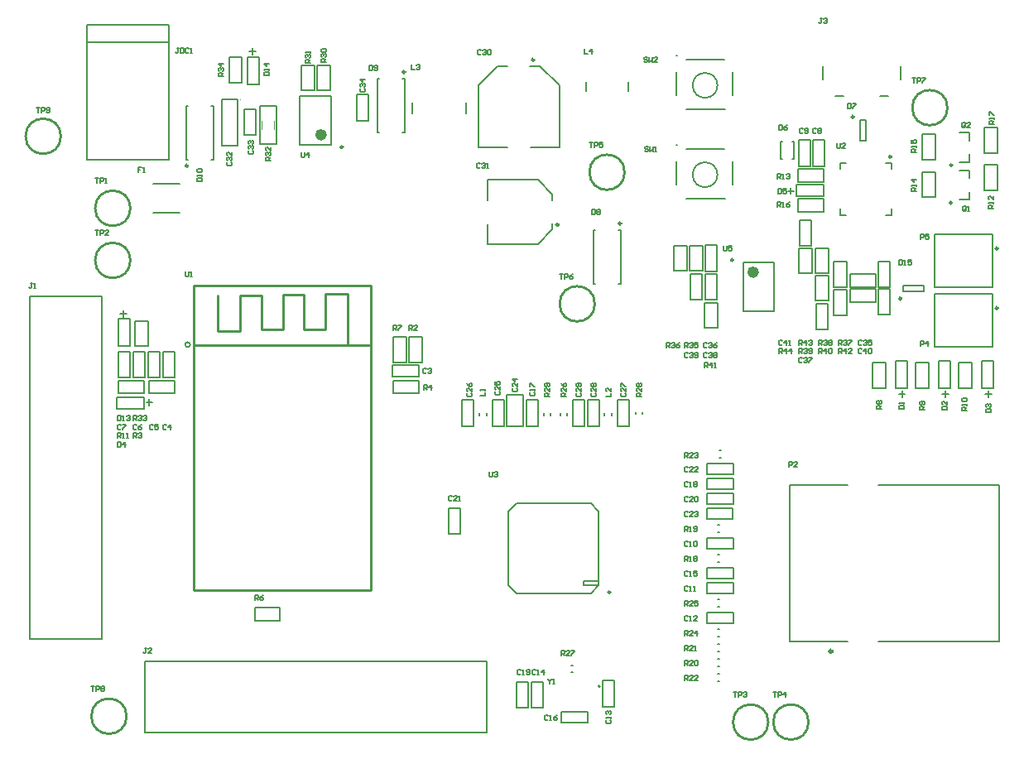
<source format=gto>
G04*
G04 #@! TF.GenerationSoftware,Altium Limited,Altium Designer,20.2.7 (254)*
G04*
G04 Layer_Color=65535*
%FSLAX24Y24*%
%MOIN*%
G70*
G04*
G04 #@! TF.SameCoordinates,06D2D76E-F920-4485-92C8-392B035063E4*
G04*
G04*
G04 #@! TF.FilePolarity,Positive*
G04*
G01*
G75*
%ADD10C,0.0039*%
%ADD11C,0.0098*%
%ADD12C,0.0060*%
%ADD13C,0.0236*%
%ADD14C,0.0100*%
%ADD15C,0.0079*%
%ADD16C,0.0118*%
%ADD17C,0.0070*%
%ADD18C,0.0040*%
%ADD19C,0.0050*%
D10*
X40590Y44908D02*
G03*
X40590Y44908I-20J0D01*
G01*
X18765Y47528D02*
G03*
X18765Y47528I-20J0D01*
G01*
D11*
X47403Y44890D02*
G03*
X47403Y44890I-49J0D01*
G01*
X47394Y43370D02*
G03*
X47394Y43370I-49J0D01*
G01*
X49240Y41534D02*
G03*
X49240Y41534I-49J0D01*
G01*
Y39134D02*
G03*
X49240Y39134I-49J0D01*
G01*
X30570Y49130D02*
G03*
X30570Y49130I-49J0D01*
G01*
X25371Y48639D02*
G03*
X25371Y48639I-49J0D01*
G01*
X22872Y45615D02*
G03*
X22872Y45615I-49J0D01*
G01*
X16628Y44861D02*
G03*
X16628Y44861I-49J0D01*
G01*
X45350Y39511D02*
G03*
X45350Y39511I-49J0D01*
G01*
X38588Y41069D02*
G03*
X38588Y41069I-49J0D01*
G01*
X44953Y45228D02*
G03*
X44953Y45228I-49J0D01*
G01*
X43443Y46830D02*
G03*
X43443Y46830I-49J0D01*
G01*
X34071Y42539D02*
G03*
X34071Y42539I-49J0D01*
G01*
X33643Y27688D02*
G03*
X33643Y27688I-49J0D01*
G01*
X31555Y42488D02*
G03*
X31555Y42488I-49J0D01*
G01*
D12*
X37950Y44500D02*
G03*
X37950Y44500I-500J0D01*
G01*
Y48100D02*
G03*
X37950Y48100I-500J0D01*
G01*
X38510Y26420D02*
X38579D01*
Y26880D01*
X37520D02*
X38579D01*
X37520Y26420D02*
Y26880D01*
Y26420D02*
X38510D01*
X37521Y28080D02*
X37590D01*
X37521Y27620D02*
Y28080D01*
Y27620D02*
X38580D01*
Y28080D01*
X37590D02*
X38580D01*
X38510Y28220D02*
X38579D01*
Y28680D01*
X37520D02*
X38579D01*
X37520Y28220D02*
Y28680D01*
Y28220D02*
X38510D01*
X37520Y29420D02*
X38510D01*
X37520D02*
Y29880D01*
X38579D01*
Y29420D02*
Y29880D01*
X38510Y29420D02*
X38579D01*
X38505Y30620D02*
X38575D01*
Y31080D01*
X37515D02*
X38575D01*
X37515Y30620D02*
Y31080D01*
Y30620D02*
X38505D01*
X38510Y31220D02*
X38579D01*
Y31680D01*
X37520D02*
X38579D01*
X37520Y31220D02*
Y31680D01*
Y31220D02*
X38510D01*
Y31820D02*
X38579D01*
Y32280D01*
X37520D02*
X38579D01*
X37520Y31820D02*
Y32280D01*
Y31820D02*
X38510D01*
Y32420D02*
X38579D01*
Y32880D01*
X37520D02*
X38579D01*
X37520Y32420D02*
Y32880D01*
Y32420D02*
X38510D01*
X33320Y23071D02*
Y23140D01*
Y23071D02*
X33780D01*
Y24130D01*
X33320D02*
X33780D01*
X33320Y23140D02*
Y24130D01*
X32660Y22420D02*
X32729D01*
Y22880D01*
X31670D02*
X32729D01*
X31670Y22420D02*
Y22880D01*
Y22420D02*
X32660D01*
X24870Y36370D02*
X25860D01*
X24870D02*
Y36830D01*
X25929D01*
Y36370D02*
Y36830D01*
X25860Y36370D02*
X25929D01*
X24930Y36210D02*
X25910D01*
Y35690D02*
Y36210D01*
X24890Y35690D02*
X25910D01*
X24890D02*
Y36210D01*
X24930D01*
X34380Y35355D02*
Y35425D01*
X33920D02*
X34380D01*
X33920Y34365D02*
Y35425D01*
Y34365D02*
X34380D01*
Y35355D01*
X32720Y34371D02*
Y34440D01*
Y34371D02*
X33180D01*
Y35430D01*
X32720D02*
X33180D01*
X32720Y34440D02*
Y35430D01*
X32120Y34371D02*
Y34440D01*
Y34371D02*
X32580D01*
Y35430D01*
X32120D02*
X32580D01*
X32120Y34440D02*
Y35430D01*
X30730Y35360D02*
Y35429D01*
X30270D02*
X30730D01*
X30270Y34370D02*
Y35429D01*
Y34370D02*
X30730D01*
Y35360D01*
X30130Y34370D02*
Y35510D01*
X29470Y34370D02*
X30130D01*
X29470D02*
Y35630D01*
X30130D01*
Y35510D02*
Y35630D01*
X29350Y35370D02*
Y35439D01*
X28890D02*
X29350D01*
X28890Y34380D02*
Y35439D01*
Y34380D02*
X29350D01*
Y35370D01*
X27670Y34371D02*
Y34440D01*
Y34371D02*
X28130D01*
Y35430D01*
X27670D02*
X28130D01*
X27670Y34440D02*
Y35430D01*
X36192Y40664D02*
Y41644D01*
X36712D01*
Y40624D02*
Y41644D01*
X36192Y40624D02*
X36712D01*
X36192D02*
Y40664D01*
X36842D02*
Y41644D01*
X37362D01*
Y40624D02*
Y41644D01*
X36842Y40624D02*
X37362D01*
X36842D02*
Y40664D01*
X37932Y40604D02*
Y41594D01*
X37472Y40604D02*
X37932D01*
X37472D02*
Y41663D01*
X37932D01*
Y41594D02*
Y41663D01*
X37472Y39524D02*
Y40514D01*
X37932D01*
Y39455D02*
Y40514D01*
X37472Y39455D02*
X37932D01*
X37472D02*
Y39524D01*
X37962Y38324D02*
Y39304D01*
X37442Y38324D02*
X37962D01*
X37442D02*
Y39344D01*
X37962D01*
Y39304D02*
Y39344D01*
X36872Y39524D02*
Y40514D01*
X37332D01*
Y39455D02*
Y40514D01*
X36872Y39455D02*
X37332D01*
X36872D02*
Y39524D01*
X42187Y44219D02*
X42227D01*
Y44739D01*
X41207D02*
X42227D01*
X41207Y44219D02*
Y44739D01*
Y44219D02*
X42187D01*
X41127Y43649D02*
X42177D01*
X41127D02*
Y44109D01*
X42227D01*
Y43999D02*
Y44109D01*
Y43649D02*
Y43999D01*
X42177Y43649D02*
X42227D01*
X41247Y43539D02*
X42227D01*
Y43019D02*
Y43539D01*
X41207Y43019D02*
X42227D01*
X41207D02*
Y43539D01*
X41247D01*
X48707Y45409D02*
Y46389D01*
X49227D01*
Y45369D02*
Y46389D01*
X48707Y45369D02*
X49227D01*
X48707D02*
Y45409D01*
Y43909D02*
Y44889D01*
X49227D01*
Y43869D02*
Y44889D01*
X48707Y43869D02*
X49227D01*
X48707D02*
Y43909D01*
X46207Y45159D02*
Y46139D01*
X46727D01*
Y45119D02*
Y46139D01*
X46207Y45119D02*
X46727D01*
X46207D02*
Y45159D01*
Y43635D02*
Y44615D01*
X46727D01*
Y43595D02*
Y44615D01*
X46207Y43595D02*
X46727D01*
X46207D02*
Y43635D01*
X49054Y36950D02*
Y37000D01*
X48704D02*
X49054D01*
X48594D02*
X48704D01*
X48594Y35900D02*
Y37000D01*
Y35900D02*
X49054D01*
Y36950D01*
X47666Y35900D02*
Y35940D01*
Y35900D02*
X48186D01*
Y36920D01*
X47666D02*
X48186D01*
X47666Y35940D02*
Y36920D01*
X47317Y36950D02*
Y37000D01*
X46967D02*
X47317D01*
X46857D02*
X46967D01*
X46857Y35900D02*
Y37000D01*
Y35900D02*
X47317D01*
Y36950D01*
X45928Y35900D02*
Y35940D01*
Y35900D02*
X46448D01*
Y36920D01*
X45928D02*
X46448D01*
X45928Y35940D02*
Y36920D01*
X45579Y36950D02*
Y37000D01*
X45229D02*
X45579D01*
X45119D02*
X45229D01*
X45119Y35900D02*
Y37000D01*
Y35900D02*
X45579D01*
Y36950D01*
X44190Y35900D02*
Y35940D01*
Y35900D02*
X44710D01*
Y36920D01*
X44190D02*
X44710D01*
X44190Y35940D02*
Y36920D01*
X44422Y38929D02*
Y39919D01*
X44882D01*
Y38860D02*
Y39919D01*
X44422Y38860D02*
X44882D01*
X44422D02*
Y38929D01*
Y40024D02*
Y41014D01*
X44882D01*
Y39955D02*
Y41014D01*
X44422Y39955D02*
X44882D01*
X44422D02*
Y40024D01*
X43292Y39374D02*
X44272D01*
X43292D02*
Y39894D01*
X44312D01*
Y39374D02*
Y39894D01*
X44272Y39374D02*
X44312D01*
X43292Y39974D02*
X44272D01*
X43292D02*
Y40494D01*
X44312D01*
Y39974D02*
Y40494D01*
X44272Y39974D02*
X44312D01*
X42642Y40014D02*
Y40994D01*
X43162D01*
Y39974D02*
Y40994D01*
X42642Y39974D02*
X43162D01*
X42642D02*
Y40014D01*
Y38889D02*
Y39869D01*
X43162D01*
Y38849D02*
Y39869D01*
X42642Y38849D02*
X43162D01*
X42642D02*
Y38889D01*
X42412Y40524D02*
Y41504D01*
X41892Y40524D02*
X42412D01*
X41892D02*
Y41544D01*
X42412D01*
Y41504D02*
Y41544D01*
X41730Y41620D02*
Y42610D01*
X41270Y41620D02*
X41730D01*
X41270D02*
Y42679D01*
X41730D01*
Y42610D02*
Y42679D01*
X41762Y40524D02*
Y41504D01*
X41242Y40524D02*
X41762D01*
X41242D02*
Y41544D01*
X41762D01*
Y41504D02*
Y41544D01*
X42412Y39424D02*
Y40404D01*
X41892Y39424D02*
X42412D01*
X41892D02*
Y40444D01*
X42412D01*
Y40404D02*
Y40444D01*
X41922Y38324D02*
Y39314D01*
X42382D01*
Y38255D02*
Y39314D01*
X41922Y38255D02*
X42382D01*
X41922D02*
Y38324D01*
X38550Y44100D02*
Y45050D01*
X36700Y45550D02*
X38240D01*
X36300Y44100D02*
Y45050D01*
X36700Y43550D02*
X38250D01*
X38550Y47700D02*
Y48650D01*
X36700Y49150D02*
X38240D01*
X36300Y47700D02*
Y48650D01*
X36700Y47150D02*
X38250D01*
X23420Y46735D02*
Y47725D01*
X23880D01*
Y46666D02*
Y47725D01*
X23420Y46666D02*
X23880D01*
X23420D02*
Y46735D01*
X21190Y47930D02*
Y48910D01*
X21710D01*
Y47890D02*
Y48910D01*
X21190Y47890D02*
X21710D01*
X21190D02*
Y47930D01*
X22360Y47890D02*
Y48870D01*
X21840Y47890D02*
X22360D01*
X21840D02*
Y48910D01*
X22360D01*
Y48870D02*
Y48910D01*
X18889Y46157D02*
Y47147D01*
X19349D01*
Y46087D02*
Y47147D01*
X18889Y46087D02*
X19349D01*
X18889D02*
Y46157D01*
X17980Y47540D02*
X18620D01*
X17980Y45660D02*
Y47540D01*
Y45660D02*
X18620D01*
Y47540D01*
X18808Y48200D02*
Y49180D01*
X18288Y48200D02*
X18808D01*
X18288D02*
Y49220D01*
X18808D01*
Y49180D02*
Y49220D01*
X19020Y48200D02*
Y49250D01*
X19480D01*
Y48150D02*
Y49250D01*
X19370Y48150D02*
X19480D01*
X19020D02*
X19370D01*
X19020D02*
Y48200D01*
X15019Y37591D02*
Y38571D01*
X14499Y37591D02*
X15019D01*
X14499D02*
Y38611D01*
X15019D01*
Y38571D02*
Y38611D01*
X13817Y37641D02*
Y38691D01*
X14277D01*
Y37591D02*
Y38691D01*
X14167Y37591D02*
X14277D01*
X13817D02*
X14167D01*
X13817D02*
Y37641D01*
X16080Y36320D02*
Y37310D01*
X15620Y36320D02*
X16080D01*
X15620D02*
Y37379D01*
X16080D01*
Y37310D02*
Y37379D01*
X15480Y36320D02*
Y37310D01*
X15020Y36320D02*
X15480D01*
X15020D02*
Y37379D01*
X15480D01*
Y37310D02*
Y37379D01*
X14880Y36320D02*
Y37310D01*
X14420Y36320D02*
X14880D01*
X14420D02*
Y37379D01*
X14880D01*
Y37310D02*
Y37379D01*
X14280Y36320D02*
Y37310D01*
X13820Y36320D02*
X14280D01*
X13820D02*
Y37379D01*
X14280D01*
Y37310D02*
Y37379D01*
X15064Y35690D02*
X16044D01*
X15064D02*
Y36210D01*
X16084D01*
Y35690D02*
Y36210D01*
X16044Y35690D02*
X16084D01*
X13840D02*
X14820D01*
X13840D02*
Y36210D01*
X14860D01*
Y35690D02*
Y36210D01*
X14820Y35690D02*
X14860D01*
X13800Y35530D02*
X14850D01*
Y35070D02*
Y35530D01*
X13750Y35070D02*
X14850D01*
X13750D02*
Y35180D01*
Y35530D01*
X13800D01*
X42247Y45834D02*
Y45904D01*
X41787D02*
X42247D01*
X41787Y44844D02*
Y45904D01*
Y44844D02*
X42247D01*
Y45834D01*
X41697D02*
Y45904D01*
X41237D02*
X41697D01*
X41237Y44844D02*
Y45904D01*
Y44844D02*
X41697D01*
Y45834D01*
X20294Y26540D02*
X20334D01*
Y27060D01*
X19314D02*
X20334D01*
X19314Y26540D02*
Y27060D01*
Y26540D02*
X20294D01*
X24890Y36940D02*
Y36980D01*
Y36940D02*
X25410D01*
Y37960D01*
X24890D02*
X25410D01*
X24890Y36980D02*
Y37960D01*
X25540Y36940D02*
Y36980D01*
Y36940D02*
X26060D01*
Y37960D01*
X25540D02*
X26060D01*
X25540Y36980D02*
Y37960D01*
X27580Y31010D02*
Y31079D01*
X27120D02*
X27580D01*
X27120Y30020D02*
Y31079D01*
Y30020D02*
X27580D01*
Y31010D01*
X29870Y23090D02*
Y24080D01*
X30330D01*
Y23021D02*
Y24080D01*
X29870Y23021D02*
X30330D01*
X29870D02*
Y23090D01*
X30470D02*
Y24080D01*
X30930D01*
Y23021D02*
Y24080D01*
X30470Y23021D02*
X30930D01*
X30470D02*
Y23090D01*
D13*
X22104Y46109D02*
G03*
X22104Y46109I-118J0D01*
G01*
X39504Y40575D02*
G03*
X39504Y40575I-118J0D01*
G01*
D14*
X11509Y46050D02*
G03*
X11509Y46050I-709J0D01*
G01*
X14309Y41050D02*
G03*
X14309Y41050I-709J0D01*
G01*
Y43150D02*
G03*
X14309Y43150I-709J0D01*
G01*
X41615Y22457D02*
G03*
X41615Y22457I-709J0D01*
G01*
X39994Y22457D02*
G03*
X39994Y22457I-709J0D01*
G01*
X33009Y39300D02*
G03*
X33009Y39300I-709J0D01*
G01*
X14155Y22692D02*
G03*
X14155Y22692I-709J0D01*
G01*
X34209Y44600D02*
G03*
X34209Y44600I-709J0D01*
G01*
X47209Y47200D02*
G03*
X47209Y47200I-709J0D01*
G01*
X16850Y37648D02*
X23956D01*
X16850Y27766D02*
Y37648D01*
Y27766D02*
X23986D01*
Y40049D01*
X16850D02*
X23986D01*
X16850Y37648D02*
Y40049D01*
X23051Y37648D02*
Y39695D01*
X22175D02*
X23051D01*
X22175Y38278D02*
Y39695D01*
X21289Y38278D02*
X22175D01*
X21289D02*
Y39665D01*
X20472D02*
X21289D01*
X20472Y38258D02*
Y39665D01*
X19576Y38258D02*
X20472D01*
X19576D02*
Y39646D01*
X18720D02*
X19576D01*
X18720Y38219D02*
Y39646D01*
X17824Y38219D02*
X18720D01*
X17824D02*
Y39636D01*
D15*
X16712Y37657D02*
G03*
X16712Y37657I-98J0D01*
G01*
X33225Y23895D02*
G03*
X33225Y23895I-39J0D01*
G01*
X37961Y24112D02*
X38039D01*
X37961Y24388D02*
X38039D01*
X37961Y24988D02*
X38039D01*
X37961Y24712D02*
X38039D01*
X37961Y25588D02*
X38039D01*
X37961Y25312D02*
X38039D01*
X37961Y25912D02*
X38039D01*
X37961Y26188D02*
X38039D01*
X37961Y27112D02*
X38039D01*
X37961Y27388D02*
X38039D01*
X37961Y28912D02*
X38039D01*
X37961Y29188D02*
X38039D01*
X37961Y30112D02*
X38039D01*
X37961Y30388D02*
X38039D01*
X34938Y34861D02*
Y34939D01*
X34662Y34861D02*
Y34939D01*
X33706Y34814D02*
Y34893D01*
X33394Y34814D02*
Y34893D01*
X31888Y34811D02*
Y34889D01*
X31612Y34811D02*
Y34889D01*
X30962Y34811D02*
Y34889D01*
X31238Y34811D02*
Y34889D01*
X28656Y34814D02*
Y34893D01*
X28344Y34814D02*
Y34893D01*
X40964Y45833D02*
X41042D01*
X40964Y45125D02*
X41042D01*
X40491Y45833D02*
X40570D01*
X40491Y45125D02*
X40570D01*
X41042D02*
Y45833D01*
X40491Y45125D02*
Y45833D01*
X48102Y45009D02*
Y45323D01*
X47708Y45009D02*
X48102D01*
Y45875D02*
Y46190D01*
X47708D02*
X48102D01*
X48092Y43488D02*
Y43803D01*
X47699Y43488D02*
X48092D01*
Y44355D02*
Y44670D01*
X47699D02*
X48092D01*
X49023Y39967D02*
Y42101D01*
X46681D02*
X49023D01*
X46681Y39967D02*
Y42101D01*
Y39967D02*
X49023D01*
Y37567D02*
Y39701D01*
X46681D02*
X49023D01*
X46681Y37567D02*
Y39701D01*
Y37567D02*
X49023D01*
X28316Y48096D02*
X29104Y48884D01*
X30796D02*
X31584Y48096D01*
X29104Y48884D02*
X29497D01*
X30403D02*
X30796D01*
X28316Y45616D02*
Y48096D01*
X31584Y45616D02*
Y48096D01*
X28316Y45616D02*
X29497D01*
X30442D02*
X31584D01*
X25351Y46217D02*
Y48383D01*
X24249Y46217D02*
Y48383D01*
X25263D02*
X25351D01*
X25263Y46217D02*
X25351D01*
X24249Y48383D02*
X24337D01*
X24249Y46217D02*
X24337D01*
X22380Y45716D02*
Y47684D01*
X21120Y45716D02*
Y47684D01*
Y45716D02*
X22380D01*
X21120Y47684D02*
X22380D01*
X17563Y47283D02*
X17651D01*
X17563Y45117D02*
X17651D01*
X16549Y47283D02*
X16637D01*
X16549Y45117D02*
X16637D01*
X17651D02*
Y47283D01*
X16549Y45117D02*
Y47283D01*
X10272Y25809D02*
X13146D01*
X10272Y39589D02*
X13146D01*
X10272Y25809D02*
Y39589D01*
X13146Y25809D02*
Y39589D01*
X45439Y40052D02*
X46266D01*
X45439Y39816D02*
X46266D01*
Y40052D01*
X45439Y39816D02*
Y40052D01*
X38992Y39000D02*
X40212D01*
X38992Y40968D02*
X40212D01*
Y39000D02*
Y40968D01*
X38992Y39000D02*
Y40968D01*
X42877Y44726D02*
Y44972D01*
X43123D01*
X42877Y42886D02*
Y43132D01*
Y42886D02*
X43123D01*
X44717D02*
X44963D01*
Y43132D01*
Y44726D02*
Y44972D01*
X44717D02*
X44963D01*
X43935Y45866D02*
Y46692D01*
X43699Y45866D02*
Y46692D01*
Y45866D02*
X43935D01*
X43699Y46692D02*
X43935D01*
X44495Y47680D02*
X44830D01*
X45342Y48329D02*
Y48861D01*
X42192Y48329D02*
Y48861D01*
X42704Y47680D02*
X43039D01*
X34051Y40117D02*
Y42283D01*
X32949Y40117D02*
Y42283D01*
X33963D02*
X34051D01*
X33963Y40117D02*
X34051D01*
X32949Y42283D02*
X33037D01*
X32949Y40117D02*
X33037D01*
X32061Y24738D02*
X32139D01*
X32061Y24462D02*
X32139D01*
X33161Y27954D02*
Y30946D01*
X29539Y27954D02*
Y30946D01*
X29854Y27639D02*
X32846D01*
X29854Y31261D02*
X32846D01*
Y27639D02*
X33161Y27954D01*
X29539D02*
X29854Y27639D01*
X32846Y31261D02*
X33161Y30946D01*
X29539D02*
X29854Y31261D01*
X32570Y27954D02*
X33161D01*
X32570D02*
Y28151D01*
X33161D01*
X38011Y33112D02*
X38089D01*
X38011Y33388D02*
X38089D01*
X28657Y22022D02*
Y24896D01*
X14877Y22022D02*
Y24896D01*
Y22022D02*
X28657D01*
X14877Y24896D02*
X28657D01*
X32654Y47873D02*
Y48227D01*
X34346Y47873D02*
Y48227D01*
X25667Y46983D02*
Y47417D01*
X27833Y46983D02*
Y47417D01*
X15218Y42957D02*
X16281D01*
X15218Y44143D02*
X16281D01*
X30709Y44299D02*
X31299Y43709D01*
X30709Y41701D02*
X31299Y42291D01*
X28701Y41701D02*
Y42508D01*
Y43453D02*
Y44299D01*
Y41701D02*
X30709D01*
X28701Y44299D02*
X30709D01*
X31299Y42291D02*
Y42547D01*
Y43453D02*
Y43709D01*
D16*
X42579Y25307D02*
G03*
X42579Y25307I-59J0D01*
G01*
D17*
X36300Y45690D02*
X36310Y45700D01*
X36300Y49290D02*
X36310Y49300D01*
X12550Y50550D02*
X15850D01*
X12550Y45100D02*
X15850D01*
Y50550D01*
X12550Y45100D02*
Y50550D01*
Y49850D02*
X15850D01*
D18*
X20100Y46330D02*
Y46670D01*
X19600Y46330D02*
Y46670D01*
D19*
X19510Y45740D02*
Y47270D01*
Y45740D02*
X20180D01*
Y47270D01*
X19510D02*
X20180D01*
X40874Y25700D02*
Y32000D01*
X49299Y25700D02*
Y32000D01*
X44409D02*
X49299D01*
X40874D02*
X43189D01*
X44409Y25700D02*
X49299D01*
X40874D02*
X43189D01*
X36633Y24140D02*
Y24340D01*
X36733D01*
X36767Y24307D01*
Y24240D01*
X36733Y24207D01*
X36633D01*
X36700D02*
X36767Y24140D01*
X36967D02*
X36833D01*
X36967Y24273D01*
Y24307D01*
X36933Y24340D01*
X36867D01*
X36833Y24307D01*
X37167Y24140D02*
X37033D01*
X37167Y24273D01*
Y24307D01*
X37133Y24340D01*
X37067D01*
X37033Y24307D01*
X36633Y24740D02*
Y24940D01*
X36733D01*
X36767Y24907D01*
Y24840D01*
X36733Y24807D01*
X36633D01*
X36700D02*
X36767Y24740D01*
X36967D02*
X36833D01*
X36967Y24873D01*
Y24907D01*
X36933Y24940D01*
X36867D01*
X36833Y24907D01*
X37033D02*
X37067Y24940D01*
X37133D01*
X37167Y24907D01*
Y24773D01*
X37133Y24740D01*
X37067D01*
X37033Y24773D01*
Y24907D01*
X36633Y25340D02*
Y25540D01*
X36733D01*
X36767Y25507D01*
Y25440D01*
X36733Y25407D01*
X36633D01*
X36700D02*
X36767Y25340D01*
X36967D02*
X36833D01*
X36967Y25473D01*
Y25507D01*
X36933Y25540D01*
X36867D01*
X36833Y25507D01*
X37033Y25340D02*
X37100D01*
X37067D01*
Y25540D01*
X37033Y25507D01*
X36633Y25940D02*
Y26140D01*
X36733D01*
X36767Y26107D01*
Y26040D01*
X36733Y26007D01*
X36633D01*
X36700D02*
X36767Y25940D01*
X36967D02*
X36833D01*
X36967Y26073D01*
Y26107D01*
X36933Y26140D01*
X36867D01*
X36833Y26107D01*
X37133Y25940D02*
Y26140D01*
X37033Y26040D01*
X37167D01*
X36767Y26687D02*
X36733Y26720D01*
X36667D01*
X36633Y26687D01*
Y26553D01*
X36667Y26520D01*
X36733D01*
X36767Y26553D01*
X36833Y26520D02*
X36900D01*
X36867D01*
Y26720D01*
X36833Y26687D01*
X37133Y26520D02*
X37000D01*
X37133Y26653D01*
Y26687D01*
X37100Y26720D01*
X37033D01*
X37000Y26687D01*
X36633Y27140D02*
Y27340D01*
X36733D01*
X36767Y27307D01*
Y27240D01*
X36733Y27207D01*
X36633D01*
X36700D02*
X36767Y27140D01*
X36967D02*
X36833D01*
X36967Y27273D01*
Y27307D01*
X36933Y27340D01*
X36867D01*
X36833Y27307D01*
X37167Y27340D02*
X37033D01*
Y27240D01*
X37100Y27273D01*
X37133D01*
X37167Y27240D01*
Y27173D01*
X37133Y27140D01*
X37067D01*
X37033Y27173D01*
X36767Y27887D02*
X36733Y27920D01*
X36667D01*
X36633Y27887D01*
Y27753D01*
X36667Y27720D01*
X36733D01*
X36767Y27753D01*
X36833Y27720D02*
X36900D01*
X36867D01*
Y27920D01*
X36833Y27887D01*
X37000Y27720D02*
X37067D01*
X37033D01*
Y27920D01*
X37000Y27887D01*
X36767Y28487D02*
X36733Y28520D01*
X36667D01*
X36633Y28487D01*
Y28353D01*
X36667Y28320D01*
X36733D01*
X36767Y28353D01*
X36833Y28320D02*
X36900D01*
X36867D01*
Y28520D01*
X36833Y28487D01*
X37133Y28520D02*
X37000D01*
Y28420D01*
X37067Y28453D01*
X37100D01*
X37133Y28420D01*
Y28353D01*
X37100Y28320D01*
X37033D01*
X37000Y28353D01*
X36633Y28940D02*
Y29140D01*
X36733D01*
X36767Y29107D01*
Y29040D01*
X36733Y29007D01*
X36633D01*
X36700D02*
X36767Y28940D01*
X36833D02*
X36900D01*
X36867D01*
Y29140D01*
X36833Y29107D01*
X37000D02*
X37033Y29140D01*
X37100D01*
X37133Y29107D01*
Y29073D01*
X37100Y29040D01*
X37133Y29007D01*
Y28973D01*
X37100Y28940D01*
X37033D01*
X37000Y28973D01*
Y29007D01*
X37033Y29040D01*
X37000Y29073D01*
Y29107D01*
X37033Y29040D02*
X37100D01*
X36767Y29687D02*
X36733Y29720D01*
X36667D01*
X36633Y29687D01*
Y29553D01*
X36667Y29520D01*
X36733D01*
X36767Y29553D01*
X36833Y29520D02*
X36900D01*
X36867D01*
Y29720D01*
X36833Y29687D01*
X37000D02*
X37033Y29720D01*
X37100D01*
X37133Y29687D01*
Y29553D01*
X37100Y29520D01*
X37033D01*
X37000Y29553D01*
Y29687D01*
X36633Y30140D02*
Y30340D01*
X36733D01*
X36767Y30307D01*
Y30240D01*
X36733Y30207D01*
X36633D01*
X36700D02*
X36767Y30140D01*
X36833D02*
X36900D01*
X36867D01*
Y30340D01*
X36833Y30307D01*
X37000Y30173D02*
X37033Y30140D01*
X37100D01*
X37133Y30173D01*
Y30307D01*
X37100Y30340D01*
X37033D01*
X37000Y30307D01*
Y30273D01*
X37033Y30240D01*
X37133D01*
X36767Y30887D02*
X36733Y30920D01*
X36667D01*
X36633Y30887D01*
Y30753D01*
X36667Y30720D01*
X36733D01*
X36767Y30753D01*
X36967Y30720D02*
X36833D01*
X36967Y30853D01*
Y30887D01*
X36933Y30920D01*
X36867D01*
X36833Y30887D01*
X37033D02*
X37067Y30920D01*
X37133D01*
X37167Y30887D01*
Y30853D01*
X37133Y30820D01*
X37100D01*
X37133D01*
X37167Y30787D01*
Y30753D01*
X37133Y30720D01*
X37067D01*
X37033Y30753D01*
X36767Y31487D02*
X36733Y31520D01*
X36667D01*
X36633Y31487D01*
Y31353D01*
X36667Y31320D01*
X36733D01*
X36767Y31353D01*
X36967Y31320D02*
X36833D01*
X36967Y31453D01*
Y31487D01*
X36933Y31520D01*
X36867D01*
X36833Y31487D01*
X37033D02*
X37067Y31520D01*
X37133D01*
X37167Y31487D01*
Y31353D01*
X37133Y31320D01*
X37067D01*
X37033Y31353D01*
Y31487D01*
X36767Y32087D02*
X36733Y32120D01*
X36667D01*
X36633Y32087D01*
Y31953D01*
X36667Y31920D01*
X36733D01*
X36767Y31953D01*
X36833Y31920D02*
X36900D01*
X36867D01*
Y32120D01*
X36833Y32087D01*
X37000D02*
X37033Y32120D01*
X37100D01*
X37133Y32087D01*
Y32053D01*
X37100Y32020D01*
X37133Y31987D01*
Y31953D01*
X37100Y31920D01*
X37033D01*
X37000Y31953D01*
Y31987D01*
X37033Y32020D01*
X37000Y32053D01*
Y32087D01*
X37033Y32020D02*
X37100D01*
X36767Y32687D02*
X36733Y32720D01*
X36667D01*
X36633Y32687D01*
Y32553D01*
X36667Y32520D01*
X36733D01*
X36767Y32553D01*
X36967Y32520D02*
X36833D01*
X36967Y32653D01*
Y32687D01*
X36933Y32720D01*
X36867D01*
X36833Y32687D01*
X37167Y32520D02*
X37033D01*
X37167Y32653D01*
Y32687D01*
X37133Y32720D01*
X37067D01*
X37033Y32687D01*
X36633Y33100D02*
Y33300D01*
X36733D01*
X36767Y33267D01*
Y33200D01*
X36733Y33167D01*
X36633D01*
X36700D02*
X36767Y33100D01*
X36967D02*
X36833D01*
X36967Y33233D01*
Y33267D01*
X36933Y33300D01*
X36867D01*
X36833Y33267D01*
X37033D02*
X37067Y33300D01*
X37133D01*
X37167Y33267D01*
Y33233D01*
X37133Y33200D01*
X37100D01*
X37133D01*
X37167Y33167D01*
Y33133D01*
X37133Y33100D01*
X37067D01*
X37033Y33133D01*
X33483Y22533D02*
X33450Y22500D01*
Y22433D01*
X33483Y22400D01*
X33617D01*
X33650Y22433D01*
Y22500D01*
X33617Y22533D01*
X33650Y22600D02*
Y22667D01*
Y22633D01*
X33450D01*
X33483Y22600D01*
Y22767D02*
X33450Y22800D01*
Y22867D01*
X33483Y22900D01*
X33517D01*
X33550Y22867D01*
Y22833D01*
Y22867D01*
X33583Y22900D01*
X33617D01*
X33650Y22867D01*
Y22800D01*
X33617Y22767D01*
X31133Y22717D02*
X31100Y22750D01*
X31033D01*
X31000Y22717D01*
Y22583D01*
X31033Y22550D01*
X31100D01*
X31133Y22583D01*
X31200Y22550D02*
X31267D01*
X31233D01*
Y22750D01*
X31200Y22717D01*
X31500Y22750D02*
X31433Y22717D01*
X31367Y22650D01*
Y22583D01*
X31400Y22550D01*
X31467D01*
X31500Y22583D01*
Y22617D01*
X31467Y22650D01*
X31367D01*
X26217Y36667D02*
X26183Y36700D01*
X26117D01*
X26083Y36667D01*
Y36533D01*
X26117Y36500D01*
X26183D01*
X26217Y36533D01*
X26283Y36667D02*
X26317Y36700D01*
X26383D01*
X26417Y36667D01*
Y36633D01*
X26383Y36600D01*
X26350D01*
X26383D01*
X26417Y36567D01*
Y36533D01*
X26383Y36500D01*
X26317D01*
X26283Y36533D01*
X26133Y35850D02*
Y36050D01*
X26233D01*
X26267Y36017D01*
Y35950D01*
X26233Y35917D01*
X26133D01*
X26200D02*
X26267Y35850D01*
X26433D02*
Y36050D01*
X26333Y35950D01*
X26467D01*
X34900Y35583D02*
X34700D01*
Y35683D01*
X34733Y35717D01*
X34800D01*
X34833Y35683D01*
Y35583D01*
Y35650D02*
X34900Y35717D01*
Y35917D02*
Y35783D01*
X34767Y35917D01*
X34733D01*
X34700Y35883D01*
Y35817D01*
X34733Y35783D01*
Y35983D02*
X34700Y36017D01*
Y36083D01*
X34733Y36117D01*
X34767D01*
X34800Y36083D01*
X34833Y36117D01*
X34867D01*
X34900Y36083D01*
Y36017D01*
X34867Y35983D01*
X34833D01*
X34800Y36017D01*
X34767Y35983D01*
X34733D01*
X34800Y36017D02*
Y36083D01*
X34083Y35717D02*
X34050Y35683D01*
Y35617D01*
X34083Y35583D01*
X34217D01*
X34250Y35617D01*
Y35683D01*
X34217Y35717D01*
X34250Y35917D02*
Y35783D01*
X34117Y35917D01*
X34083D01*
X34050Y35883D01*
Y35817D01*
X34083Y35783D01*
X34050Y35983D02*
Y36117D01*
X34083D01*
X34217Y35983D01*
X34250D01*
X33450Y35583D02*
X33650D01*
Y35717D01*
Y35917D02*
Y35783D01*
X33517Y35917D01*
X33483D01*
X33450Y35883D01*
Y35817D01*
X33483Y35783D01*
X32883Y35717D02*
X32850Y35683D01*
Y35617D01*
X32883Y35583D01*
X33017D01*
X33050Y35617D01*
Y35683D01*
X33017Y35717D01*
X33050Y35917D02*
Y35783D01*
X32917Y35917D01*
X32883D01*
X32850Y35883D01*
Y35817D01*
X32883Y35783D01*
Y35983D02*
X32850Y36017D01*
Y36083D01*
X32883Y36117D01*
X32917D01*
X32950Y36083D01*
X32983Y36117D01*
X33017D01*
X33050Y36083D01*
Y36017D01*
X33017Y35983D01*
X32983D01*
X32950Y36017D01*
X32917Y35983D01*
X32883D01*
X32950Y36017D02*
Y36083D01*
X32283Y35717D02*
X32250Y35683D01*
Y35617D01*
X32283Y35583D01*
X32417D01*
X32450Y35617D01*
Y35683D01*
X32417Y35717D01*
X32450Y35917D02*
Y35783D01*
X32317Y35917D01*
X32283D01*
X32250Y35883D01*
Y35817D01*
X32283Y35783D01*
X32417Y35983D02*
X32450Y36017D01*
Y36083D01*
X32417Y36117D01*
X32283D01*
X32250Y36083D01*
Y36017D01*
X32283Y35983D01*
X32317D01*
X32350Y36017D01*
Y36117D01*
X31850Y35583D02*
X31650D01*
Y35683D01*
X31683Y35717D01*
X31750D01*
X31783Y35683D01*
Y35583D01*
Y35650D02*
X31850Y35717D01*
Y35917D02*
Y35783D01*
X31717Y35917D01*
X31683D01*
X31650Y35883D01*
Y35817D01*
X31683Y35783D01*
X31650Y36117D02*
X31683Y36050D01*
X31750Y35983D01*
X31817D01*
X31850Y36017D01*
Y36083D01*
X31817Y36117D01*
X31783D01*
X31750Y36083D01*
Y35983D01*
X31200Y35583D02*
X31000D01*
Y35683D01*
X31033Y35717D01*
X31100D01*
X31133Y35683D01*
Y35583D01*
Y35650D02*
X31200Y35717D01*
Y35917D02*
Y35783D01*
X31067Y35917D01*
X31033D01*
X31000Y35883D01*
Y35817D01*
X31033Y35783D01*
X31167Y35983D02*
X31200Y36017D01*
Y36083D01*
X31167Y36117D01*
X31033D01*
X31000Y36083D01*
Y36017D01*
X31033Y35983D01*
X31067D01*
X31100Y36017D01*
Y36117D01*
X30433Y35733D02*
X30400Y35700D01*
Y35633D01*
X30433Y35600D01*
X30567D01*
X30600Y35633D01*
Y35700D01*
X30567Y35733D01*
X30600Y35800D02*
Y35867D01*
Y35833D01*
X30400D01*
X30433Y35800D01*
X30400Y35967D02*
Y36100D01*
X30433D01*
X30567Y35967D01*
X30600D01*
X29733Y35917D02*
X29700Y35883D01*
Y35817D01*
X29733Y35783D01*
X29867D01*
X29900Y35817D01*
Y35883D01*
X29867Y35917D01*
X29900Y36117D02*
Y35983D01*
X29767Y36117D01*
X29733D01*
X29700Y36083D01*
Y36017D01*
X29733Y35983D01*
X29900Y36283D02*
X29700D01*
X29800Y36183D01*
Y36317D01*
X29033Y35767D02*
X29000Y35733D01*
Y35667D01*
X29033Y35633D01*
X29167D01*
X29200Y35667D01*
Y35733D01*
X29167Y35767D01*
X29200Y35967D02*
Y35833D01*
X29067Y35967D01*
X29033D01*
X29000Y35933D01*
Y35867D01*
X29033Y35833D01*
X29000Y36167D02*
Y36033D01*
X29100D01*
X29067Y36100D01*
Y36133D01*
X29100Y36167D01*
X29167D01*
X29200Y36133D01*
Y36067D01*
X29167Y36033D01*
X28400Y35617D02*
X28600D01*
Y35750D01*
Y35817D02*
Y35883D01*
Y35850D01*
X28400D01*
X28433Y35817D01*
X27883Y35717D02*
X27850Y35683D01*
Y35617D01*
X27883Y35583D01*
X28017D01*
X28050Y35617D01*
Y35683D01*
X28017Y35717D01*
X28050Y35917D02*
Y35783D01*
X27917Y35917D01*
X27883D01*
X27850Y35883D01*
Y35817D01*
X27883Y35783D01*
X27850Y36117D02*
X27883Y36050D01*
X27950Y35983D01*
X28017D01*
X28050Y36017D01*
Y36083D01*
X28017Y36117D01*
X27983D01*
X27950Y36083D01*
Y35983D01*
X35883Y37550D02*
Y37750D01*
X35983D01*
X36017Y37717D01*
Y37650D01*
X35983Y37617D01*
X35883D01*
X35950D02*
X36017Y37550D01*
X36083Y37717D02*
X36117Y37750D01*
X36183D01*
X36217Y37717D01*
Y37683D01*
X36183Y37650D01*
X36150D01*
X36183D01*
X36217Y37617D01*
Y37583D01*
X36183Y37550D01*
X36117D01*
X36083Y37583D01*
X36417Y37750D02*
X36350Y37717D01*
X36283Y37650D01*
Y37583D01*
X36317Y37550D01*
X36383D01*
X36417Y37583D01*
Y37617D01*
X36383Y37650D01*
X36283D01*
X36633Y37550D02*
Y37750D01*
X36733D01*
X36767Y37717D01*
Y37650D01*
X36733Y37617D01*
X36633D01*
X36700D02*
X36767Y37550D01*
X36833Y37717D02*
X36867Y37750D01*
X36933D01*
X36967Y37717D01*
Y37683D01*
X36933Y37650D01*
X36900D01*
X36933D01*
X36967Y37617D01*
Y37583D01*
X36933Y37550D01*
X36867D01*
X36833Y37583D01*
X37167Y37750D02*
X37033D01*
Y37650D01*
X37100Y37683D01*
X37133D01*
X37167Y37650D01*
Y37583D01*
X37133Y37550D01*
X37067D01*
X37033Y37583D01*
X37517Y37717D02*
X37483Y37750D01*
X37417D01*
X37383Y37717D01*
Y37583D01*
X37417Y37550D01*
X37483D01*
X37517Y37583D01*
X37583Y37717D02*
X37617Y37750D01*
X37683D01*
X37717Y37717D01*
Y37683D01*
X37683Y37650D01*
X37650D01*
X37683D01*
X37717Y37617D01*
Y37583D01*
X37683Y37550D01*
X37617D01*
X37583Y37583D01*
X37917Y37750D02*
X37850Y37717D01*
X37783Y37650D01*
Y37583D01*
X37817Y37550D01*
X37883D01*
X37917Y37583D01*
Y37617D01*
X37883Y37650D01*
X37783D01*
X37517Y37317D02*
X37483Y37350D01*
X37417D01*
X37383Y37317D01*
Y37183D01*
X37417Y37150D01*
X37483D01*
X37517Y37183D01*
X37583Y37317D02*
X37617Y37350D01*
X37683D01*
X37717Y37317D01*
Y37283D01*
X37683Y37250D01*
X37650D01*
X37683D01*
X37717Y37217D01*
Y37183D01*
X37683Y37150D01*
X37617D01*
X37583Y37183D01*
X37783Y37317D02*
X37817Y37350D01*
X37883D01*
X37917Y37317D01*
Y37283D01*
X37883Y37250D01*
X37917Y37217D01*
Y37183D01*
X37883Y37150D01*
X37817D01*
X37783Y37183D01*
Y37217D01*
X37817Y37250D01*
X37783Y37283D01*
Y37317D01*
X37817Y37250D02*
X37883D01*
X37417Y36750D02*
Y36950D01*
X37517D01*
X37550Y36917D01*
Y36850D01*
X37517Y36817D01*
X37417D01*
X37483D02*
X37550Y36750D01*
X37717D02*
Y36950D01*
X37617Y36850D01*
X37750D01*
X37817Y36750D02*
X37883D01*
X37850D01*
Y36950D01*
X37817Y36917D01*
X36767Y37317D02*
X36733Y37350D01*
X36667D01*
X36633Y37317D01*
Y37183D01*
X36667Y37150D01*
X36733D01*
X36767Y37183D01*
X36833Y37317D02*
X36867Y37350D01*
X36933D01*
X36967Y37317D01*
Y37283D01*
X36933Y37250D01*
X36900D01*
X36933D01*
X36967Y37217D01*
Y37183D01*
X36933Y37150D01*
X36867D01*
X36833Y37183D01*
X37033D02*
X37067Y37150D01*
X37133D01*
X37167Y37183D01*
Y37317D01*
X37133Y37350D01*
X37067D01*
X37033Y37317D01*
Y37283D01*
X37067Y37250D01*
X37167D01*
X40433Y46500D02*
Y46300D01*
X40533D01*
X40567Y46333D01*
Y46467D01*
X40533Y46500D01*
X40433D01*
X40767D02*
X40700Y46467D01*
X40633Y46400D01*
Y46333D01*
X40667Y46300D01*
X40733D01*
X40767Y46333D01*
Y46367D01*
X40733Y46400D01*
X40633D01*
X40350Y44350D02*
Y44550D01*
X40450D01*
X40483Y44517D01*
Y44450D01*
X40450Y44417D01*
X40350D01*
X40417D02*
X40483Y44350D01*
X40550D02*
X40617D01*
X40583D01*
Y44550D01*
X40550Y44517D01*
X40717D02*
X40750Y44550D01*
X40817D01*
X40850Y44517D01*
Y44483D01*
X40817Y44450D01*
X40783D01*
X40817D01*
X40850Y44417D01*
Y44383D01*
X40817Y44350D01*
X40750D01*
X40717Y44383D01*
X40383Y43950D02*
Y43750D01*
X40483D01*
X40517Y43783D01*
Y43917D01*
X40483Y43950D01*
X40383D01*
X40717D02*
X40583D01*
Y43850D01*
X40650Y43883D01*
X40683D01*
X40717Y43850D01*
Y43783D01*
X40683Y43750D01*
X40617D01*
X40583Y43783D01*
X41034Y43850D02*
X40777D01*
X40905Y43979D02*
Y43722D01*
X40350Y43200D02*
Y43400D01*
X40450D01*
X40483Y43367D01*
Y43300D01*
X40450Y43267D01*
X40350D01*
X40417D02*
X40483Y43200D01*
X40550D02*
X40617D01*
X40583D01*
Y43400D01*
X40550Y43367D01*
X40850Y43400D02*
X40783Y43367D01*
X40717Y43300D01*
Y43233D01*
X40750Y43200D01*
X40817D01*
X40850Y43233D01*
Y43267D01*
X40817Y43300D01*
X40717D01*
X49100Y46550D02*
X48900D01*
Y46650D01*
X48933Y46683D01*
X49000D01*
X49033Y46650D01*
Y46550D01*
Y46617D02*
X49100Y46683D01*
Y46750D02*
Y46817D01*
Y46783D01*
X48900D01*
X48933Y46750D01*
X48900Y46917D02*
Y47050D01*
X48933D01*
X49067Y46917D01*
X49100D01*
X49050Y43150D02*
X48850D01*
Y43250D01*
X48883Y43283D01*
X48950D01*
X48983Y43250D01*
Y43150D01*
Y43217D02*
X49050Y43283D01*
Y43350D02*
Y43417D01*
Y43383D01*
X48850D01*
X48883Y43350D01*
X49050Y43650D02*
Y43517D01*
X48917Y43650D01*
X48883D01*
X48850Y43617D01*
Y43550D01*
X48883Y43517D01*
X47917Y46433D02*
Y46567D01*
X47883Y46600D01*
X47817D01*
X47783Y46567D01*
Y46433D01*
X47817Y46400D01*
X47883D01*
X47850Y46467D02*
X47917Y46400D01*
X47883D02*
X47917Y46433D01*
X48117Y46400D02*
X47983D01*
X48117Y46533D01*
Y46567D01*
X48083Y46600D01*
X48017D01*
X47983Y46567D01*
X47950Y43083D02*
Y43217D01*
X47917Y43250D01*
X47850D01*
X47817Y43217D01*
Y43083D01*
X47850Y43050D01*
X47917D01*
X47883Y43117D02*
X47950Y43050D01*
X47917D02*
X47950Y43083D01*
X48017Y43050D02*
X48083D01*
X48050D01*
Y43250D01*
X48017Y43217D01*
X45950Y45400D02*
X45750D01*
Y45500D01*
X45783Y45533D01*
X45850D01*
X45883Y45500D01*
Y45400D01*
Y45467D02*
X45950Y45533D01*
Y45600D02*
Y45667D01*
Y45633D01*
X45750D01*
X45783Y45600D01*
X45750Y45900D02*
Y45767D01*
X45850D01*
X45817Y45833D01*
Y45867D01*
X45850Y45900D01*
X45917D01*
X45950Y45867D01*
Y45800D01*
X45917Y45767D01*
X45950Y43850D02*
X45750D01*
Y43950D01*
X45783Y43983D01*
X45850D01*
X45883Y43950D01*
Y43850D01*
Y43917D02*
X45950Y43983D01*
Y44050D02*
Y44117D01*
Y44083D01*
X45750D01*
X45783Y44050D01*
X45950Y44317D02*
X45750D01*
X45850Y44217D01*
Y44350D01*
X46133Y41900D02*
Y42100D01*
X46233D01*
X46267Y42067D01*
Y42000D01*
X46233Y41967D01*
X46133D01*
X46467Y42100D02*
X46333D01*
Y42000D01*
X46400Y42033D01*
X46433D01*
X46467Y42000D01*
Y41933D01*
X46433Y41900D01*
X46367D01*
X46333Y41933D01*
X46133Y37600D02*
Y37800D01*
X46233D01*
X46267Y37767D01*
Y37700D01*
X46233Y37667D01*
X46133D01*
X46433Y37600D02*
Y37800D01*
X46333Y37700D01*
X46467D01*
X48750Y34933D02*
X48950D01*
Y35033D01*
X48917Y35067D01*
X48783D01*
X48750Y35033D01*
Y34933D01*
X48783Y35133D02*
X48750Y35167D01*
Y35233D01*
X48783Y35267D01*
X48817D01*
X48850Y35233D01*
Y35200D01*
Y35233D01*
X48883Y35267D01*
X48917D01*
X48950Y35233D01*
Y35167D01*
X48917Y35133D01*
X48853Y35807D02*
Y35550D01*
X48724Y35679D02*
X48982D01*
X48000Y35000D02*
X47800D01*
Y35100D01*
X47833Y35133D01*
X47900D01*
X47933Y35100D01*
Y35000D01*
Y35067D02*
X48000Y35133D01*
Y35200D02*
Y35267D01*
Y35233D01*
X47800D01*
X47833Y35200D01*
Y35367D02*
X47800Y35400D01*
Y35467D01*
X47833Y35500D01*
X47967D01*
X48000Y35467D01*
Y35400D01*
X47967Y35367D01*
X47833D01*
X47000Y35033D02*
X47200D01*
Y35133D01*
X47167Y35167D01*
X47033D01*
X47000Y35133D01*
Y35033D01*
X47200Y35367D02*
Y35233D01*
X47067Y35367D01*
X47033D01*
X47000Y35333D01*
Y35267D01*
X47033Y35233D01*
X47115Y35807D02*
Y35550D01*
X46987Y35679D02*
X47244D01*
X46300Y35033D02*
X46100D01*
Y35133D01*
X46133Y35167D01*
X46200D01*
X46233Y35133D01*
Y35033D01*
Y35100D02*
X46300Y35167D01*
X46267Y35233D02*
X46300Y35267D01*
Y35333D01*
X46267Y35367D01*
X46133D01*
X46100Y35333D01*
Y35267D01*
X46133Y35233D01*
X46167D01*
X46200Y35267D01*
Y35367D01*
X45250Y35067D02*
X45450D01*
Y35167D01*
X45417Y35200D01*
X45283D01*
X45250Y35167D01*
Y35067D01*
X45450Y35267D02*
Y35333D01*
Y35300D01*
X45250D01*
X45283Y35267D01*
X45377Y35807D02*
Y35550D01*
X45249Y35679D02*
X45506D01*
X44550Y35083D02*
X44350D01*
Y35183D01*
X44383Y35217D01*
X44450D01*
X44483Y35183D01*
Y35083D01*
Y35150D02*
X44550Y35217D01*
X44383Y35283D02*
X44350Y35317D01*
Y35383D01*
X44383Y35417D01*
X44417D01*
X44450Y35383D01*
X44483Y35417D01*
X44517D01*
X44550Y35383D01*
Y35317D01*
X44517Y35283D01*
X44483D01*
X44450Y35317D01*
X44417Y35283D01*
X44383D01*
X44450Y35317D02*
Y35383D01*
X43767Y37467D02*
X43733Y37500D01*
X43667D01*
X43633Y37467D01*
Y37333D01*
X43667Y37300D01*
X43733D01*
X43767Y37333D01*
X43933Y37300D02*
Y37500D01*
X43833Y37400D01*
X43967D01*
X44033Y37467D02*
X44067Y37500D01*
X44133D01*
X44167Y37467D01*
Y37333D01*
X44133Y37300D01*
X44067D01*
X44033Y37333D01*
Y37467D01*
X43767Y37817D02*
X43733Y37850D01*
X43667D01*
X43633Y37817D01*
Y37683D01*
X43667Y37650D01*
X43733D01*
X43767Y37683D01*
X43833Y37817D02*
X43867Y37850D01*
X43933D01*
X43967Y37817D01*
Y37783D01*
X43933Y37750D01*
X43900D01*
X43933D01*
X43967Y37717D01*
Y37683D01*
X43933Y37650D01*
X43867D01*
X43833Y37683D01*
X44167Y37850D02*
X44033D01*
Y37750D01*
X44100Y37783D01*
X44133D01*
X44167Y37750D01*
Y37683D01*
X44133Y37650D01*
X44067D01*
X44033Y37683D01*
X42833Y37300D02*
Y37500D01*
X42933D01*
X42967Y37467D01*
Y37400D01*
X42933Y37367D01*
X42833D01*
X42900D02*
X42967Y37300D01*
X43133D02*
Y37500D01*
X43033Y37400D01*
X43167D01*
X43367Y37300D02*
X43233D01*
X43367Y37433D01*
Y37467D01*
X43333Y37500D01*
X43267D01*
X43233Y37467D01*
X42833Y37650D02*
Y37850D01*
X42933D01*
X42967Y37817D01*
Y37750D01*
X42933Y37717D01*
X42833D01*
X42900D02*
X42967Y37650D01*
X43033Y37817D02*
X43067Y37850D01*
X43133D01*
X43167Y37817D01*
Y37783D01*
X43133Y37750D01*
X43100D01*
X43133D01*
X43167Y37717D01*
Y37683D01*
X43133Y37650D01*
X43067D01*
X43033Y37683D01*
X43233Y37850D02*
X43367D01*
Y37817D01*
X43233Y37683D01*
Y37650D01*
X42033D02*
Y37850D01*
X42133D01*
X42167Y37817D01*
Y37750D01*
X42133Y37717D01*
X42033D01*
X42100D02*
X42167Y37650D01*
X42233Y37817D02*
X42267Y37850D01*
X42333D01*
X42367Y37817D01*
Y37783D01*
X42333Y37750D01*
X42300D01*
X42333D01*
X42367Y37717D01*
Y37683D01*
X42333Y37650D01*
X42267D01*
X42233Y37683D01*
X42433Y37817D02*
X42467Y37850D01*
X42533D01*
X42567Y37817D01*
Y37783D01*
X42533Y37750D01*
X42567Y37717D01*
Y37683D01*
X42533Y37650D01*
X42467D01*
X42433Y37683D01*
Y37717D01*
X42467Y37750D01*
X42433Y37783D01*
Y37817D01*
X42467Y37750D02*
X42533D01*
X42033Y37300D02*
Y37500D01*
X42133D01*
X42167Y37467D01*
Y37400D01*
X42133Y37367D01*
X42033D01*
X42100D02*
X42167Y37300D01*
X42333D02*
Y37500D01*
X42233Y37400D01*
X42367D01*
X42433Y37467D02*
X42467Y37500D01*
X42533D01*
X42567Y37467D01*
Y37333D01*
X42533Y37300D01*
X42467D01*
X42433Y37333D01*
Y37467D01*
X41233Y37650D02*
Y37850D01*
X41333D01*
X41367Y37817D01*
Y37750D01*
X41333Y37717D01*
X41233D01*
X41300D02*
X41367Y37650D01*
X41533D02*
Y37850D01*
X41433Y37750D01*
X41567D01*
X41633Y37817D02*
X41667Y37850D01*
X41733D01*
X41767Y37817D01*
Y37783D01*
X41733Y37750D01*
X41700D01*
X41733D01*
X41767Y37717D01*
Y37683D01*
X41733Y37650D01*
X41667D01*
X41633Y37683D01*
X40550Y37817D02*
X40517Y37850D01*
X40450D01*
X40417Y37817D01*
Y37683D01*
X40450Y37650D01*
X40517D01*
X40550Y37683D01*
X40717Y37650D02*
Y37850D01*
X40617Y37750D01*
X40750D01*
X40817Y37650D02*
X40883D01*
X40850D01*
Y37850D01*
X40817Y37817D01*
X40433Y37300D02*
Y37500D01*
X40533D01*
X40567Y37467D01*
Y37400D01*
X40533Y37367D01*
X40433D01*
X40500D02*
X40567Y37300D01*
X40733D02*
Y37500D01*
X40633Y37400D01*
X40767D01*
X40933Y37300D02*
Y37500D01*
X40833Y37400D01*
X40967D01*
X41233Y37300D02*
Y37500D01*
X41333D01*
X41367Y37467D01*
Y37400D01*
X41333Y37367D01*
X41233D01*
X41300D02*
X41367Y37300D01*
X41433Y37467D02*
X41467Y37500D01*
X41533D01*
X41567Y37467D01*
Y37433D01*
X41533Y37400D01*
X41500D01*
X41533D01*
X41567Y37367D01*
Y37333D01*
X41533Y37300D01*
X41467D01*
X41433Y37333D01*
X41633D02*
X41667Y37300D01*
X41733D01*
X41767Y37333D01*
Y37467D01*
X41733Y37500D01*
X41667D01*
X41633Y37467D01*
Y37433D01*
X41667Y37400D01*
X41767D01*
X41367Y37117D02*
X41333Y37150D01*
X41267D01*
X41233Y37117D01*
Y36983D01*
X41267Y36950D01*
X41333D01*
X41367Y36983D01*
X41433Y37117D02*
X41467Y37150D01*
X41533D01*
X41567Y37117D01*
Y37083D01*
X41533Y37050D01*
X41500D01*
X41533D01*
X41567Y37017D01*
Y36983D01*
X41533Y36950D01*
X41467D01*
X41433Y36983D01*
X41633Y37150D02*
X41767D01*
Y37117D01*
X41633Y36983D01*
Y36950D01*
X35150Y45617D02*
X35117Y45650D01*
X35050D01*
X35017Y45617D01*
Y45583D01*
X35050Y45550D01*
X35117D01*
X35150Y45517D01*
Y45483D01*
X35117Y45450D01*
X35050D01*
X35017Y45483D01*
X35217Y45650D02*
Y45450D01*
X35283Y45517D01*
X35350Y45450D01*
Y45650D01*
X35417Y45450D02*
X35483D01*
X35450D01*
Y45650D01*
X35417Y45617D01*
X35117Y49217D02*
X35083Y49250D01*
X35017D01*
X34983Y49217D01*
Y49183D01*
X35017Y49150D01*
X35083D01*
X35117Y49117D01*
Y49083D01*
X35083Y49050D01*
X35017D01*
X34983Y49083D01*
X35183Y49250D02*
Y49050D01*
X35250Y49117D01*
X35317Y49050D01*
Y49250D01*
X35517Y49050D02*
X35383D01*
X35517Y49183D01*
Y49217D01*
X35483Y49250D01*
X35417D01*
X35383Y49217D01*
X28417Y49517D02*
X28383Y49550D01*
X28317D01*
X28283Y49517D01*
Y49383D01*
X28317Y49350D01*
X28383D01*
X28417Y49383D01*
X28483Y49517D02*
X28517Y49550D01*
X28583D01*
X28617Y49517D01*
Y49483D01*
X28583Y49450D01*
X28550D01*
X28583D01*
X28617Y49417D01*
Y49383D01*
X28583Y49350D01*
X28517D01*
X28483Y49383D01*
X28683Y49517D02*
X28717Y49550D01*
X28783D01*
X28817Y49517D01*
Y49383D01*
X28783Y49350D01*
X28717D01*
X28683Y49383D01*
Y49517D01*
X23933Y48900D02*
Y48700D01*
X24033D01*
X24067Y48733D01*
Y48867D01*
X24033Y48900D01*
X23933D01*
X24133Y48733D02*
X24167Y48700D01*
X24233D01*
X24267Y48733D01*
Y48867D01*
X24233Y48900D01*
X24167D01*
X24133Y48867D01*
Y48833D01*
X24167Y48800D01*
X24267D01*
X23583Y47967D02*
X23550Y47933D01*
Y47867D01*
X23583Y47833D01*
X23717D01*
X23750Y47867D01*
Y47933D01*
X23717Y47967D01*
X23583Y48033D02*
X23550Y48067D01*
Y48133D01*
X23583Y48167D01*
X23617D01*
X23650Y48133D01*
Y48100D01*
Y48133D01*
X23683Y48167D01*
X23717D01*
X23750Y48133D01*
Y48067D01*
X23717Y48033D01*
X23750Y48333D02*
X23550D01*
X23650Y48233D01*
Y48367D01*
X21550Y49017D02*
X21350D01*
Y49117D01*
X21383Y49150D01*
X21450D01*
X21483Y49117D01*
Y49017D01*
Y49083D02*
X21550Y49150D01*
X21383Y49217D02*
X21350Y49250D01*
Y49317D01*
X21383Y49350D01*
X21417D01*
X21450Y49317D01*
Y49283D01*
Y49317D01*
X21483Y49350D01*
X21517D01*
X21550Y49317D01*
Y49250D01*
X21517Y49217D01*
X21550Y49417D02*
Y49483D01*
Y49450D01*
X21350D01*
X21383Y49417D01*
X22200Y49033D02*
X22000D01*
Y49133D01*
X22033Y49167D01*
X22100D01*
X22133Y49133D01*
Y49033D01*
Y49100D02*
X22200Y49167D01*
X22033Y49233D02*
X22000Y49267D01*
Y49333D01*
X22033Y49367D01*
X22067D01*
X22100Y49333D01*
Y49300D01*
Y49333D01*
X22133Y49367D01*
X22167D01*
X22200Y49333D01*
Y49267D01*
X22167Y49233D01*
X22033Y49433D02*
X22000Y49467D01*
Y49533D01*
X22033Y49567D01*
X22167D01*
X22200Y49533D01*
Y49467D01*
X22167Y49433D01*
X22033D01*
X21183Y45400D02*
Y45233D01*
X21217Y45200D01*
X21283D01*
X21317Y45233D01*
Y45400D01*
X21483Y45200D02*
Y45400D01*
X21383Y45300D01*
X21517D01*
X19950Y45083D02*
X19750D01*
Y45183D01*
X19783Y45217D01*
X19850D01*
X19883Y45183D01*
Y45083D01*
Y45150D02*
X19950Y45217D01*
X19783Y45283D02*
X19750Y45317D01*
Y45383D01*
X19783Y45417D01*
X19817D01*
X19850Y45383D01*
Y45350D01*
Y45383D01*
X19883Y45417D01*
X19917D01*
X19950Y45383D01*
Y45317D01*
X19917Y45283D01*
X19950Y45617D02*
Y45483D01*
X19817Y45617D01*
X19783D01*
X19750Y45583D01*
Y45517D01*
X19783Y45483D01*
X19083Y45467D02*
X19050Y45433D01*
Y45367D01*
X19083Y45333D01*
X19217D01*
X19250Y45367D01*
Y45433D01*
X19217Y45467D01*
X19083Y45533D02*
X19050Y45567D01*
Y45633D01*
X19083Y45667D01*
X19117D01*
X19150Y45633D01*
Y45600D01*
Y45633D01*
X19183Y45667D01*
X19217D01*
X19250Y45633D01*
Y45567D01*
X19217Y45533D01*
X19083Y45733D02*
X19050Y45767D01*
Y45833D01*
X19083Y45867D01*
X19117D01*
X19150Y45833D01*
Y45800D01*
Y45833D01*
X19183Y45867D01*
X19217D01*
X19250Y45833D01*
Y45767D01*
X19217Y45733D01*
X18233Y45017D02*
X18200Y44983D01*
Y44917D01*
X18233Y44883D01*
X18367D01*
X18400Y44917D01*
Y44983D01*
X18367Y45017D01*
X18233Y45083D02*
X18200Y45117D01*
Y45183D01*
X18233Y45217D01*
X18267D01*
X18300Y45183D01*
Y45150D01*
Y45183D01*
X18333Y45217D01*
X18367D01*
X18400Y45183D01*
Y45117D01*
X18367Y45083D01*
X18400Y45417D02*
Y45283D01*
X18267Y45417D01*
X18233D01*
X18200Y45383D01*
Y45317D01*
X18233Y45283D01*
X17000Y44250D02*
X17200D01*
Y44350D01*
X17167Y44383D01*
X17033D01*
X17000Y44350D01*
Y44250D01*
X17200Y44450D02*
Y44517D01*
Y44483D01*
X17000D01*
X17033Y44450D01*
Y44617D02*
X17000Y44650D01*
Y44717D01*
X17033Y44750D01*
X17167D01*
X17200Y44717D01*
Y44650D01*
X17167Y44617D01*
X17033D01*
X18050Y48483D02*
X17850D01*
Y48583D01*
X17883Y48617D01*
X17950D01*
X17983Y48583D01*
Y48483D01*
Y48550D02*
X18050Y48617D01*
X17883Y48683D02*
X17850Y48717D01*
Y48783D01*
X17883Y48817D01*
X17917D01*
X17950Y48783D01*
Y48750D01*
Y48783D01*
X17983Y48817D01*
X18017D01*
X18050Y48783D01*
Y48717D01*
X18017Y48683D01*
X18050Y48983D02*
X17850D01*
X17950Y48883D01*
Y49017D01*
X19700Y48500D02*
X19900D01*
Y48600D01*
X19867Y48633D01*
X19733D01*
X19700Y48600D01*
Y48500D01*
X19900Y48700D02*
Y48767D01*
Y48733D01*
X19700D01*
X19733Y48700D01*
X19900Y48967D02*
X19700D01*
X19800Y48867D01*
Y49000D01*
X19221Y49343D02*
Y49600D01*
X19350Y49471D02*
X19093D01*
X16250Y49600D02*
X16183D01*
X16217D01*
Y49433D01*
X16183Y49400D01*
X16150D01*
X16117Y49433D01*
X16317Y49600D02*
Y49400D01*
X16417D01*
X16450Y49433D01*
Y49567D01*
X16417Y49600D01*
X16317D01*
X16650Y49567D02*
X16617Y49600D01*
X16550D01*
X16517Y49567D01*
Y49433D01*
X16550Y49400D01*
X16617D01*
X16650Y49433D01*
X16717Y49400D02*
X16783D01*
X16750D01*
Y49600D01*
X16717Y49567D01*
X10533Y47200D02*
X10667D01*
X10600D01*
Y47000D01*
X10733D02*
Y47200D01*
X10833D01*
X10867Y47167D01*
Y47100D01*
X10833Y47067D01*
X10733D01*
X10933Y47033D02*
X10967Y47000D01*
X11033D01*
X11067Y47033D01*
Y47167D01*
X11033Y47200D01*
X10967D01*
X10933Y47167D01*
Y47133D01*
X10967Y47100D01*
X11067D01*
X13800Y34800D02*
Y34600D01*
X13900D01*
X13933Y34633D01*
Y34767D01*
X13900Y34800D01*
X13800D01*
X14000Y34600D02*
X14067D01*
X14033D01*
Y34800D01*
X14000Y34767D01*
X14167D02*
X14200Y34800D01*
X14267D01*
X14300Y34767D01*
Y34733D01*
X14267Y34700D01*
X14233D01*
X14267D01*
X14300Y34667D01*
Y34633D01*
X14267Y34600D01*
X14200D01*
X14167Y34633D01*
X14433Y34600D02*
Y34800D01*
X14533D01*
X14567Y34767D01*
Y34700D01*
X14533Y34667D01*
X14433D01*
X14500D02*
X14567Y34600D01*
X14633Y34767D02*
X14667Y34800D01*
X14733D01*
X14767Y34767D01*
Y34733D01*
X14733Y34700D01*
X14700D01*
X14733D01*
X14767Y34667D01*
Y34633D01*
X14733Y34600D01*
X14667D01*
X14633Y34633D01*
X14833Y34767D02*
X14867Y34800D01*
X14933D01*
X14967Y34767D01*
Y34733D01*
X14933Y34700D01*
X14900D01*
X14933D01*
X14967Y34667D01*
Y34633D01*
X14933Y34600D01*
X14867D01*
X14833Y34633D01*
X14018Y38784D02*
Y39041D01*
X14147Y38913D02*
X13890D01*
X15767Y34417D02*
X15733Y34450D01*
X15667D01*
X15633Y34417D01*
Y34283D01*
X15667Y34250D01*
X15733D01*
X15767Y34283D01*
X15933Y34250D02*
Y34450D01*
X15833Y34350D01*
X15967D01*
X15217Y34417D02*
X15183Y34450D01*
X15117D01*
X15083Y34417D01*
Y34283D01*
X15117Y34250D01*
X15183D01*
X15217Y34283D01*
X15417Y34450D02*
X15283D01*
Y34350D01*
X15350Y34383D01*
X15383D01*
X15417Y34350D01*
Y34283D01*
X15383Y34250D01*
X15317D01*
X15283Y34283D01*
X14567Y34417D02*
X14533Y34450D01*
X14467D01*
X14433Y34417D01*
Y34283D01*
X14467Y34250D01*
X14533D01*
X14567Y34283D01*
X14767Y34450D02*
X14700Y34417D01*
X14633Y34350D01*
Y34283D01*
X14667Y34250D01*
X14733D01*
X14767Y34283D01*
Y34317D01*
X14733Y34350D01*
X14633D01*
X13917Y34417D02*
X13883Y34450D01*
X13817D01*
X13783Y34417D01*
Y34283D01*
X13817Y34250D01*
X13883D01*
X13917Y34283D01*
X13983Y34450D02*
X14117D01*
Y34417D01*
X13983Y34283D01*
Y34250D01*
X14433Y33900D02*
Y34100D01*
X14533D01*
X14567Y34067D01*
Y34000D01*
X14533Y33967D01*
X14433D01*
X14500D02*
X14567Y33900D01*
X14633Y34067D02*
X14667Y34100D01*
X14733D01*
X14767Y34067D01*
Y34033D01*
X14733Y34000D01*
X14700D01*
X14733D01*
X14767Y33967D01*
Y33933D01*
X14733Y33900D01*
X14667D01*
X14633Y33933D01*
X13783Y33900D02*
Y34100D01*
X13883D01*
X13917Y34067D01*
Y34000D01*
X13883Y33967D01*
X13783D01*
X13850D02*
X13917Y33900D01*
X13983D02*
X14050D01*
X14017D01*
Y34100D01*
X13983Y34067D01*
X14150Y33900D02*
X14217D01*
X14183D01*
Y34100D01*
X14150Y34067D01*
X13783Y33750D02*
Y33550D01*
X13883D01*
X13917Y33583D01*
Y33717D01*
X13883Y33750D01*
X13783D01*
X14083Y33550D02*
Y33750D01*
X13983Y33650D01*
X14117D01*
X14943Y35329D02*
X15200D01*
X15071Y35200D02*
Y35457D01*
X10363Y40130D02*
X10297D01*
X10330D01*
Y39963D01*
X10297Y39930D01*
X10263D01*
X10230Y39963D01*
X10430Y39930D02*
X10497D01*
X10463D01*
Y40130D01*
X10430Y40097D01*
X45250Y41070D02*
Y40870D01*
X45350D01*
X45383Y40903D01*
Y41037D01*
X45350Y41070D01*
X45250D01*
X45450Y40870D02*
X45517D01*
X45483D01*
Y41070D01*
X45450Y41037D01*
X45750Y41070D02*
X45617D01*
Y40970D01*
X45683Y41003D01*
X45717D01*
X45750Y40970D01*
Y40903D01*
X45717Y40870D01*
X45650D01*
X45617Y40903D01*
X38190Y41620D02*
Y41453D01*
X38223Y41420D01*
X38290D01*
X38323Y41453D01*
Y41620D01*
X38523D02*
X38390D01*
Y41520D01*
X38457Y41553D01*
X38490D01*
X38523Y41520D01*
Y41453D01*
X38490Y41420D01*
X38423D01*
X38390Y41453D01*
X41933Y46347D02*
X41900Y46380D01*
X41833D01*
X41800Y46347D01*
Y46213D01*
X41833Y46180D01*
X41900D01*
X41933Y46213D01*
X42000Y46347D02*
X42033Y46380D01*
X42100D01*
X42133Y46347D01*
Y46313D01*
X42100Y46280D01*
X42133Y46247D01*
Y46213D01*
X42100Y46180D01*
X42033D01*
X42000Y46213D01*
Y46247D01*
X42033Y46280D01*
X42000Y46313D01*
Y46347D01*
X42033Y46280D02*
X42100D01*
X42750Y45780D02*
Y45613D01*
X42783Y45580D01*
X42850D01*
X42883Y45613D01*
Y45780D01*
X43083Y45580D02*
X42950D01*
X43083Y45713D01*
Y45747D01*
X43050Y45780D01*
X42983D01*
X42950Y45747D01*
X43180Y47380D02*
Y47180D01*
X43280D01*
X43313Y47213D01*
Y47347D01*
X43280Y47380D01*
X43180D01*
X43380D02*
X43513D01*
Y47347D01*
X43380Y47213D01*
Y47180D01*
X41383Y46347D02*
X41350Y46380D01*
X41283D01*
X41250Y46347D01*
Y46213D01*
X41283Y46180D01*
X41350D01*
X41383Y46213D01*
X41450D02*
X41483Y46180D01*
X41550D01*
X41583Y46213D01*
Y46347D01*
X41550Y46380D01*
X41483D01*
X41450Y46347D01*
Y46313D01*
X41483Y46280D01*
X41583D01*
X42153Y50800D02*
X42087D01*
X42120D01*
Y50633D01*
X42087Y50600D01*
X42053D01*
X42020Y50633D01*
X42220Y50767D02*
X42253Y50800D01*
X42320D01*
X42353Y50767D01*
Y50733D01*
X42320Y50700D01*
X42287D01*
X42320D01*
X42353Y50667D01*
Y50633D01*
X42320Y50600D01*
X42253D01*
X42220Y50633D01*
X12890Y42260D02*
X13023D01*
X12957D01*
Y42060D01*
X13090D02*
Y42260D01*
X13190D01*
X13223Y42227D01*
Y42160D01*
X13190Y42127D01*
X13090D01*
X13423Y42060D02*
X13290D01*
X13423Y42193D01*
Y42227D01*
X13390Y42260D01*
X13323D01*
X13290Y42227D01*
X12890Y44360D02*
X13023D01*
X12957D01*
Y44160D01*
X13090D02*
Y44360D01*
X13190D01*
X13223Y44327D01*
Y44260D01*
X13190Y44227D01*
X13090D01*
X13290Y44160D02*
X13357D01*
X13323D01*
Y44360D01*
X13290Y44327D01*
X40200Y23670D02*
X40333D01*
X40267D01*
Y23470D01*
X40400D02*
Y23670D01*
X40500D01*
X40533Y23637D01*
Y23570D01*
X40500Y23537D01*
X40400D01*
X40700Y23470D02*
Y23670D01*
X40600Y23570D01*
X40733D01*
X38580Y23670D02*
X38713D01*
X38647D01*
Y23470D01*
X38780D02*
Y23670D01*
X38880D01*
X38913Y23637D01*
Y23570D01*
X38880Y23537D01*
X38780D01*
X38980Y23637D02*
X39013Y23670D01*
X39080D01*
X39113Y23637D01*
Y23603D01*
X39080Y23570D01*
X39047D01*
X39080D01*
X39113Y23537D01*
Y23503D01*
X39080Y23470D01*
X39013D01*
X38980Y23503D01*
X31590Y40510D02*
X31723D01*
X31657D01*
Y40310D01*
X31790D02*
Y40510D01*
X31890D01*
X31923Y40477D01*
Y40410D01*
X31890Y40377D01*
X31790D01*
X32123Y40510D02*
X32057Y40477D01*
X31990Y40410D01*
Y40343D01*
X32023Y40310D01*
X32090D01*
X32123Y40343D01*
Y40377D01*
X32090Y40410D01*
X31990D01*
X32890Y43090D02*
Y42890D01*
X32990D01*
X33023Y42923D01*
Y43057D01*
X32990Y43090D01*
X32890D01*
X33090Y43057D02*
X33123Y43090D01*
X33190D01*
X33223Y43057D01*
Y43023D01*
X33190Y42990D01*
X33223Y42957D01*
Y42923D01*
X33190Y42890D01*
X33123D01*
X33090Y42923D01*
Y42957D01*
X33123Y42990D01*
X33090Y43023D01*
Y43057D01*
X33123Y42990D02*
X33190D01*
X31117Y24200D02*
Y24167D01*
X31183Y24100D01*
X31250Y24167D01*
Y24200D01*
X31183Y24100D02*
Y24000D01*
X31317D02*
X31383D01*
X31350D01*
Y24200D01*
X31317Y24167D01*
X28770Y32530D02*
Y32363D01*
X28803Y32330D01*
X28870D01*
X28903Y32363D01*
Y32530D01*
X28970Y32497D02*
X29003Y32530D01*
X29070D01*
X29103Y32497D01*
Y32463D01*
X29070Y32430D01*
X29037D01*
X29070D01*
X29103Y32397D01*
Y32363D01*
X29070Y32330D01*
X29003D01*
X28970Y32363D01*
X16530Y40610D02*
Y40443D01*
X16563Y40410D01*
X16630D01*
X16663Y40443D01*
Y40610D01*
X16730Y40410D02*
X16797D01*
X16763D01*
Y40610D01*
X16730Y40577D01*
X12740Y23900D02*
X12873D01*
X12807D01*
Y23700D01*
X12940D02*
Y23900D01*
X13040D01*
X13073Y23867D01*
Y23800D01*
X13040Y23767D01*
X12940D01*
X13140Y23867D02*
X13173Y23900D01*
X13240D01*
X13273Y23867D01*
Y23833D01*
X13240Y23800D01*
X13273Y23767D01*
Y23733D01*
X13240Y23700D01*
X13173D01*
X13140Y23733D01*
Y23767D01*
X13173Y23800D01*
X13140Y23833D01*
Y23867D01*
X13173Y23800D02*
X13240D01*
X45790Y48410D02*
X45923D01*
X45857D01*
Y48210D01*
X45990D02*
Y48410D01*
X46090D01*
X46123Y48377D01*
Y48310D01*
X46090Y48277D01*
X45990D01*
X46190Y48410D02*
X46323D01*
Y48377D01*
X46190Y48243D01*
Y48210D01*
X32790Y45810D02*
X32923D01*
X32857D01*
Y45610D01*
X32990D02*
Y45810D01*
X33090D01*
X33123Y45777D01*
Y45710D01*
X33090Y45677D01*
X32990D01*
X33323Y45810D02*
X33190D01*
Y45710D01*
X33257Y45743D01*
X33290D01*
X33323Y45710D01*
Y45643D01*
X33290Y45610D01*
X33223D01*
X33190Y45643D01*
X31650Y25140D02*
Y25340D01*
X31750D01*
X31783Y25307D01*
Y25240D01*
X31750Y25207D01*
X31650D01*
X31717D02*
X31783Y25140D01*
X31983D02*
X31850D01*
X31983Y25273D01*
Y25307D01*
X31950Y25340D01*
X31883D01*
X31850Y25307D01*
X32050Y25340D02*
X32183D01*
Y25307D01*
X32050Y25173D01*
Y25140D01*
X24890Y38240D02*
Y38440D01*
X24990D01*
X25023Y38407D01*
Y38340D01*
X24990Y38307D01*
X24890D01*
X24957D02*
X25023Y38240D01*
X25090Y38440D02*
X25223D01*
Y38407D01*
X25090Y38273D01*
Y38240D01*
X19330Y27360D02*
Y27560D01*
X19430D01*
X19463Y27527D01*
Y27460D01*
X19430Y27427D01*
X19330D01*
X19397D02*
X19463Y27360D01*
X19663Y27560D02*
X19597Y27527D01*
X19530Y27460D01*
Y27393D01*
X19563Y27360D01*
X19630D01*
X19663Y27393D01*
Y27427D01*
X19630Y27460D01*
X19530D01*
X25540Y38240D02*
Y38440D01*
X25640D01*
X25673Y38407D01*
Y38340D01*
X25640Y38307D01*
X25540D01*
X25607D02*
X25673Y38240D01*
X25873D02*
X25740D01*
X25873Y38373D01*
Y38407D01*
X25840Y38440D01*
X25773D01*
X25740Y38407D01*
X40820Y32750D02*
Y32950D01*
X40920D01*
X40953Y32917D01*
Y32850D01*
X40920Y32817D01*
X40820D01*
X41153Y32750D02*
X41020D01*
X41153Y32883D01*
Y32917D01*
X41120Y32950D01*
X41053D01*
X41020Y32917D01*
X32580Y49570D02*
Y49370D01*
X32713D01*
X32880D02*
Y49570D01*
X32780Y49470D01*
X32913D01*
X25630Y48920D02*
Y48720D01*
X25763D01*
X25830Y48887D02*
X25863Y48920D01*
X25930D01*
X25963Y48887D01*
Y48853D01*
X25930Y48820D01*
X25897D01*
X25930D01*
X25963Y48787D01*
Y48753D01*
X25930Y48720D01*
X25863D01*
X25830Y48753D01*
X14973Y25430D02*
X14907D01*
X14940D01*
Y25263D01*
X14907Y25230D01*
X14873D01*
X14840Y25263D01*
X15173Y25230D02*
X15040D01*
X15173Y25363D01*
Y25397D01*
X15140Y25430D01*
X15073D01*
X15040Y25397D01*
X14743Y44800D02*
X14610D01*
Y44700D01*
X14677D01*
X14610D01*
Y44600D01*
X14810D02*
X14877D01*
X14843D01*
Y44800D01*
X14810Y44767D01*
X28383Y44927D02*
X28350Y44960D01*
X28283D01*
X28250Y44927D01*
Y44793D01*
X28283Y44760D01*
X28350D01*
X28383Y44793D01*
X28450Y44927D02*
X28483Y44960D01*
X28550D01*
X28583Y44927D01*
Y44893D01*
X28550Y44860D01*
X28517D01*
X28550D01*
X28583Y44827D01*
Y44793D01*
X28550Y44760D01*
X28483D01*
X28450Y44793D01*
X28650Y44760D02*
X28717D01*
X28683D01*
Y44960D01*
X28650Y44927D01*
X27263Y31527D02*
X27230Y31560D01*
X27163D01*
X27130Y31527D01*
Y31393D01*
X27163Y31360D01*
X27230D01*
X27263Y31393D01*
X27463Y31360D02*
X27330D01*
X27463Y31493D01*
Y31527D01*
X27430Y31560D01*
X27363D01*
X27330Y31527D01*
X27530Y31360D02*
X27597D01*
X27563D01*
Y31560D01*
X27530Y31527D01*
X30013Y24527D02*
X29980Y24560D01*
X29913D01*
X29880Y24527D01*
Y24393D01*
X29913Y24360D01*
X29980D01*
X30013Y24393D01*
X30080Y24360D02*
X30147D01*
X30113D01*
Y24560D01*
X30080Y24527D01*
X30247Y24393D02*
X30280Y24360D01*
X30347D01*
X30380Y24393D01*
Y24527D01*
X30347Y24560D01*
X30280D01*
X30247Y24527D01*
Y24493D01*
X30280Y24460D01*
X30380D01*
X30613Y24527D02*
X30580Y24560D01*
X30513D01*
X30480Y24527D01*
Y24393D01*
X30513Y24360D01*
X30580D01*
X30613Y24393D01*
X30680Y24360D02*
X30747D01*
X30713D01*
Y24560D01*
X30680Y24527D01*
X30947Y24360D02*
Y24560D01*
X30847Y24460D01*
X30980D01*
M02*

</source>
